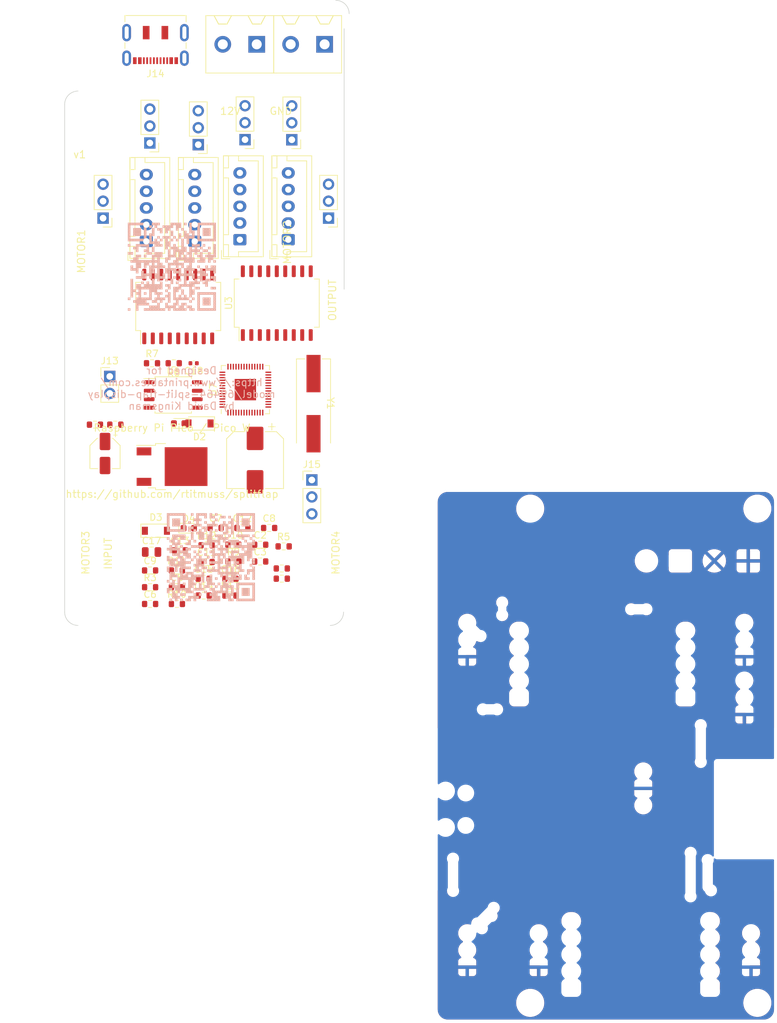
<source format=kicad_pcb>
(kicad_pcb (version 20211014) (generator pcbnew)
  (layers (0 "F.Cu" signal) (31 "B.Cu" signal) (34 "B.Paste" user) (35 "F.Paste" user) (36 "B.SilkS" user "B.Silkscreen") (37 "F.SilkS" user "F.Silkscreen") (38 "B.Mask" user) (39 "F.Mask" user) (44 "Edge.Cuts" user))
  (net 0 "")
  (net 1 "+12V")
  (net 2 "GND")
  (net 3 "+5V")
  (net 4 "Net-(D1-Pad2)")
  (net 5 "/MOTOR_A_PHASE_A")
  (net 6 "/MOTOR_A_PHASE_B")
  (net 7 "/MOTOR_A_PHASE_C")
  (net 8 "/MOTOR_A_PHASE_D")
  (net 9 "/MOTOR_B_PHASE_A")
  (net 10 "/MOTOR_B_PHASE_B")
  (net 11 "/MOTOR_B_PHASE_C")
  (net 12 "/MOTOR_B_PHASE_D")
  (net 13 "/MOTOR_C_PHASE_A")
  (net 14 "/MOTOR_C_PHASE_B")
  (net 15 "/MOTOR_C_PHASE_C")
  (net 16 "/MOTOR_C_PHASE_D")
  (net 17 "/MOTOR_D_PHASE_A")
  (net 18 "/MOTOR_D_PHASE_B")
  (net 19 "/MOTOR_D_PHASE_C")
  (net 20 "/MOTOR_D_PHASE_D")
  (net 21 "/UART_RL_RX")
  (net 22 "/UART_RL_TX")
  (net 23 "/UART_LR_RX")
  (net 24 "/LED")
  (net 25 "/MOTOR_A_PHASE_A_P")
  (net 26 "/MOTOR_A_PHASE_B_P")
  (net 27 "/MOTOR_A_PHASE_C_P")
  (net 28 "/SENSOR_A")
  (net 29 "/SENSOR_B")
  (net 30 "/SENSOR_C")
  (net 31 "/SENSOR_D")
  (net 32 "/MOTOR_A_PHASE_D_P")
  (net 33 "/MOTOR_B_PHASE_A_P")
  (net 34 "/MOTOR_B_PHASE_B_P")
  (net 35 "/MOTOR_B_PHASE_C_P")
  (net 36 "/MOTOR_B_PHASE_D_P")
  (net 37 "/MOTOR_C_PHASE_A_P")
  (net 38 "/MOTOR_C_PHASE_B_P")
  (net 39 "/MOTOR_C_PHASE_C_P")
  (net 40 "/MOTOR_C_PHASE_D_P")
  (net 41 "/MOTOR_D_PHASE_A_P")
  (net 42 "/MOTOR_D_PHASE_B_P")
  (net 43 "/MOTOR_D_PHASE_C_P")
  (net 44 "/MOTOR_D_PHASE_D_P")
  (net 45 "/UART_LR_TX")
  (net 46 "+3.3V")
  (net 47 "VBUS")
  (net 48 "/XIN")
  (net 49 "Net-(C5-Pad1)")
  (net 50 "+3V3")
  (net 51 "+1V1")
  (net 52 "/~{USB_BOOT}")
  (net 53 "/QSPI_SS")
  (net 54 "/XOUT")
  (net 55 "/USB_D+")
  (net 56 "/USB_D-")
  (net 57 "/QSPI_SD1")
  (net 58 "/QSPI_SD2")
  (net 59 "/QSPI_SD0")
  (net 60 "/QSPI_SCLK")
  (net 61 "/QSPI_SD3")
  (net 62 "Net-(D2-Pad1)")
  (net 63 "Net-(D4-Pad2)")
  (net 71 "Net-(J15-Pad2)")
  (net 72 "Net-(J15-Pad3)")
  (net 73 "Net-(J14-PadA6)")
  (net 74 "Net-(J14-PadA7)")
  (net 75 "Net-(J14-PadA5)")
  (net 76 "Net-(J14-PadB5)")
  (footprint "Resistor_SMD:R_0603_1608Metric" (layer "F.Cu") (at 115.05 126.79)
    (fp_text reference "R10" (at 0 -1.43) (layer "F.SilkS"))
    (fp_text value "27")
    (pad "1" smd roundrect (at -0.825 0) (size 0.8 0.95) (layers "F.Cu" "F.Paste" "F.Mask") (net 55 "/USB_D+"))
    (pad "2" smd roundrect (at 0.825 0) (size 0.8 0.95) (layers "F.Cu" "F.Paste" "F.Mask") (net 73 "Net-(J14-PadA6)"))
  )
  (footprint "Resistor_SMD:R_0603_1608Metric" (layer "F.Cu") (at 124.85 115.41)
    (fp_text reference "C12" (at 0 -1.43) (layer "F.SilkS"))
    (fp_text value "100n")
    (pad "1" smd roundrect (at -0.825 0) (size 0.8 0.95) (layers "F.Cu" "F.Paste" "F.Mask") (net 50 "+3V3"))
    (pad "2" smd roundrect (at 0.825 0) (size 0.8 0.95) (layers "F.Cu" "F.Paste" "F.Mask") (net 2 "GND"))
  )
  (footprint "Connector_USB:USB_C_Receptacle_JAE_DX07S016JA1R1500" (layer "F.Cu") (at 111.85 42.4 180)
    (fp_text reference "J14" (at 0 -5) (layer "F.SilkS"))
    (fp_text value "USB_C_Plug_USB2.0")
    (pad "" smd rect (at -1.4 1.15 180) (size 1 2) (layers "F.Cu" "F.Paste" "F.Mask"))
    (pad "" smd rect (at 1.4 1.15 180) (size 1 2) (layers "F.Cu" "F.Paste" "F.Mask"))
    (pad "" np_thru_hole circle (at -3 -1.95 180) (size 0.6 0.6) (drill 0.6) (layers F&B.Cu *.Mask))
    (pad "" np_thru_hole oval (at 3 -1.95 180) (size 0.85 0.6) (drill oval 0.85 0.6) (layers F&B.Cu *.Mask))
    (pad "A1" smd rect (at -3.1 -3.05 180) (size 0.52 1) (layers "F.Cu" "F.Paste" "F.Mask") (net 2 "GND"))
    (pad "A4" smd rect (at -2.35 -3.05 180) (size 0.52 1) (layers "F.Cu" "F.Paste" "F.Mask") (net 47 "VBUS"))
    (pad "A5" smd rect (at -1.75 -3.05 180) (size 0.27 1) (layers "F.Cu" "F.Paste" "F.Mask") (net 75 "Net-(J14-PadA5)"))
    (pad "A6" smd rect (at -0.25 -3.05 180) (size 0.27 1) (layers "F.Cu" "F.Paste" "F.Mask") (net 73 "Net-(J14-PadA6)"))
    (pad "A7" smd rect (at 0.75 -3.05 180) (size 0.27 1) (layers "F.Cu" "F.Paste" "F.Mask") (net 74 "Net-(J14-PadA7)"))
    (pad "A8" smd rect (at 1.75 -3.05 180) (size 0.27 1) (layers "F.Cu" "F.Paste" "F.Mask"))
    (pad "A9" smd rect (at 2.35 -3.05 180) (size 0.52 1) (layers "F.Cu" "F.Paste" "F.Mask") (net 47 "VBUS"))
    (pad "A12" smd rect (at 3.1 -3.05 180) (size 0.52 1) (layers "F.Cu" "F.Paste" "F.Mask") (net 2 "GND"))
    (pad "B1" smd rect (at 3.1 -3.05 180) (size 0.52 1) (layers "F.Cu" "F.Paste" "F.Mask") (net 2 "GND"))
    (pad "B4" smd rect (at 2.35 -3.05 180) (size 0.52 1) (layers "F.Cu" "F.Paste" "F.Mask") (net 47 "VBUS"))
    (pad "B5" smd rect (at 1.25 -3.05 180) (size 0.27 1) (layers "F.Cu" "F.Paste" "F.Mask") (net 76 "Net-(J14-PadB5)"))
    (pad "B6" smd rect (at 0.25 -3.05 180) (size 0.27 1) (layers "F.Cu" "F.Paste" "F.Mask"))
    (pad "B7" smd rect (at -0.75 -3.05 180) (size 0.27 1) (layers "F.Cu" "F.Paste" "F.Mask"))
    (pad "B8" smd rect (at -1.25 -3.05 180) (size 0.27 1) (layers "F.Cu" "F.Paste" "F.Mask"))
    (pad "B9" smd rect (at -2.35 -3.05 180) (size 0.52 1) (layers "F.Cu" "F.Paste" "F.Mask") (net 47 "VBUS"))
    (pad "B12" smd rect (at -3.1 -3.05 180) (size 0.52 1) (layers "F.Cu" "F.Paste" "F.Mask") (net 2 "GND"))
    (pad "S1" thru_hole oval (at 4.32 1.15 180) (size 1.3 2.6) (drill oval 0.6 1.9) (layers *.Cu *.Mask) (net 2 "GND"))
    (pad "S1" thru_hole oval (at 4.32 -2.675 180) (size 1.3 2.3) (drill oval 0.6 1.6) (layers *.Cu *.Mask) (net 2 "GND"))
    (pad "S1" thru_hole oval (at -4.32 1.15 180) (size 1.3 2.6) (drill oval 0.6 1.9) (layers *.Cu *.Mask) (net 2 "GND"))
    (pad "S1" thru_hole oval (at -4.32 -2.675 180) (size 1.3 2.3) (drill oval 0.6 1.6) (layers *.Cu *.Mask) (net 2 "GND"))
  )
  (footprint "Connector_PinHeader_2.54mm:PinHeader_1x03_P2.54mm_Vertical" (layer "F.Cu") (at 111 57.775 180)
    (fp_text reference "J10" hide)
    (fp_text value "Sensor")
    (pad "1" thru_hole rect locked (at 0 0 180) (size 1.7 1.7) (drill 1) (layers *.Cu *.Mask) (net 2 "GND"))
    (pad "2" thru_hole oval locked (at 0 2.54 180) (size 1.7 1.7) (drill 1) (layers *.Cu *.Mask) (net 3 "+5V"))
    (pad "3" thru_hole oval locked (at 0 5.08 180) (size 1.7 1.7) (drill 1) (layers *.Cu *.Mask) (net 31 "/SENSOR_D"))
  )
  (footprint "Connector_JST:JST_XH_B5B-XH-A_1x05_P2.50mm_Vertical" (layer "F.Cu") (at 117.725 72.5 90)
    (fp_text reference "J5" hide)
    (fp_text value "MOTOR")
    (pad "1" thru_hole roundrect (at 0 0 90) (size 1.7 1.95) (drill 0.95) (layers *.Cu *.Mask) (roundrect_rratio 0.147059) (net 13 "/MOTOR_C_PHASE_A"))
    (pad "2" thru_hole oval (at 2.5 0 90) (size 1.7 1.95) (drill 0.95) (layers *.Cu *.Mask) (net 14 "/MOTOR_C_PHASE_B"))
    (pad "3" thru_hole oval (at 5 0 90) (size 1.7 1.95) (drill 0.95) (layers *.Cu *.Mask) (net 15 "/MOTOR_C_PHASE_C"))
    (pad "4" thru_hole oval (at 7.5 0 90) (size 1.7 1.95) (drill 0.95) (layers *.Cu *.Mask) (net 16 "/MOTOR_C_PHASE_D"))
    (pad "5" thru_hole oval (at 10 0 90) (size 1.7 1.95) (drill 0.95) (layers *.Cu *.Mask) (net 1 "+12V"))
  )
  (footprint "Connector_PinHeader_2.54mm:PinHeader_1x02_P2.54mm_Vertical" (layer "F.Cu") (at 105 92.725)
    (fp_text reference "J13" (at 0 -2.33) (layer "F.SilkS"))
    (fp_text value "Conn_01x02")
    (pad "1" thru_hole rect (at 0 0) (size 1.7 1.7) (drill 1) (layers *.Cu *.Mask) (net 52 "/~{USB_BOOT}"))
    (pad "2" thru_hole oval (at 0 2.54) (size 1.7 1.7) (drill 1) (layers *.Cu *.Mask) (net 2 "GND"))
  )
  (footprint "Package_SO:SOP-18_7x12.5mm_P1.27mm" (layer "F.Cu") (at 130 81.75 90)
    (fp_text reference "U3" (at 0 -7.2 90) (layer "F.SilkS"))
    (fp_text value "ULN2803A")
    (pad "1" smd roundrect locked (at -4.775 -5.08 90) (size 1.75 0.6) (layers "F.Cu" "F.Paste" "F.Mask") (net 25 "/MOTOR_A_PHASE_A_P"))
    (pad "2" smd roundrect locked (at -4.775 -3.81 90) (size 1.75 0.6) (layers "F.Cu" "F.Paste" "F.Mask") (net 26 "/MOTOR_A_PHASE_B_P"))
    (pad "3" smd roundrect locked (at -4.775 -2.54 90) (size 1.75 0.6) (layers "F.Cu" "F.Paste" "F.Mask") (net 27 "/MOTOR_A_PHASE_C_P"))
    (pad "4" smd roundrect locked (at -4.775 -1.27 90) (size 1.75 0.6) (layers "F.Cu" "F.Paste" "F.Mask") (net 32 "/MOTOR_A_PHASE_D_P"))
    (pad "5" smd roundrect locked (at -4.775 0 90) (size 1.75 0.6) (layers "F.Cu" "F.Paste" "F.Mask") (net 33 "/MOTOR_B_PHASE_A_P"))
    (pad "6" smd roundrect locked (at -4.775 1.27 90) (size 1.75 0.6) (layers "F.Cu" "F.Paste" "F.Mask") (net 34 "/MOTOR_B_PHASE_B_P"))
    (pad "7" smd roundrect locked (at -4.775 2.54 90) (size 1.75 0.6) (layers "F.Cu" "F.Paste" "F.Mask") (net 35 "/MOTOR_B_PHASE_C_P"))
    (pad "8" smd roundrect locked (at -4.775 3.81 90) (size 1.75 0.6) (layers "F.Cu" "F.Paste" "F.Mask") (net 36 "/MOTOR_B_PHASE_D_P"))
    (pad "9" smd roundrect locked (at -4.775 5.08 90) (size 1.75 0.6) (layers "F.Cu" "F.Paste" "F.Mask") (net 2 "GND"))
    (pad "10" smd roundrect locked (at 4.775 5.08 90) (size 1.75 0.6) (layers "F.Cu" "F.Paste" "F.Mask") (net 1 "+12V"))
    (pad "11" smd roundrect locked (at 4.775 3.81 90) (size 1.75 0.6) (layers "F.Cu" "F.Paste" "F.Mask") (net 12 "/MOTOR_B_PHASE_D"))
    (pad "12" smd roundrect locked (at 4.775 2.54 90) (size 1.75 0.6) (layers "F.Cu" "F.Paste" "F.Mask") (net 11 "/MOTOR_B_PHASE_C"))
    (pad "13" smd roundrect locked (at 4.775 1.27 90) (size 1.75 0.6) (layers "F.Cu" "F.Paste" "F.Mask") (net 10 "/MOTOR_B_PHASE_B"))
    (pad "14" smd roundrect locked (at 4.775 0 90) (size 1.75 0.6) (layers "F.Cu" "F.Paste" "F.Mask") (net 9 "/MOTOR_B_PHASE_A"))
    (pad "15" smd roundrect locked (at 4.775 -1.27 90) (size 1.75 0.6) (layers "F.Cu" "F.Paste" "F.Mask") (net 5 "/MOTOR_A_PHASE_A"))
    (pad "16" smd roundrect locked (at 4.775 -2.54 90) (size 1.75 0.6) (layers "F.Cu" "F.Paste" "F.Mask") (net 6 "/MOTOR_A_PHASE_B"))
    (pad "17" smd roundrect locked (at 4.775 -3.81 90) (size 1.75 0.6) (layers "F.Cu" "F.Paste" "F.Mask") (net 7 "/MOTOR_A_PHASE_C"))
    (pad "18" smd roundrect locked (at 4.775 -5.08 90) (size 1.75 0.6) (layers "F.Cu" "F.Paste" "F.Mask") (net 8 "/MOTOR_A_PHASE_D"))
  )
  (footprint "Resistor_SMD:R_0603_1608Metric" (layer "F.Cu") (at 123.51 120.43)
    (fp_text reference "R9" (at 0 -1.43) (layer "F.SilkS"))
    (fp_text value "1k")
    (pad "1" smd roundrect (at -0.825 0) (size 0.8 0.95) (layers "F.Cu" "F.Paste" "F.Mask") (net 54 "/XOUT"))
    (pad "2" smd roundrect (at 0.825 0) (size 0.8 0.95) (layers "F.Cu" "F.Paste" "F.Mask") (net 49 "Net-(C5-Pad1)"))
  )
  (footprint "Capacitor_SMD:C_0402_1005Metric" (layer "F.Cu") (at 117.555 90.75 180)
    (fp_text reference "C18" (at 0 -1.16) (layer "F.SilkS"))
    (fp_text value "100n")
    (pad "1" smd roundrect (at -0.48 0 180) (size 0.56 0.62) (layers "F.Cu" "F.Paste" "F.Mask") (net 50 "+3V3"))
    (pad "2" smd roundrect (at 0.48 0 180) (size 0.56 0.62) (layers "F.Cu" "F.Paste" "F.Mask") (net 2 "GND"))
  )
  (footprint "Resistor_SMD:R_0603_1608Metric" (layer "F.Cu") (at 105.8315 99.944 180)
    (fp_text reference "R6" hide)
    (fp_text value "2.2k")
    (pad "1" smd roundrect locked (at -0.825 0 180) (size 0.8 0.95) (layers "F.Cu" "F.Paste" "F.Mask") (net 50 "+3V3"))
    (pad "2" smd roundrect locked (at 0.825 0 180) (size 0.8 0.95) (layers "F.Cu" "F.Paste" "F.Mask") (net 63 "Net-(D4-Pad2)"))
  )
  (footprint "RP2040_minimal:cry" (layer "F.Cu") (at 135.5 96.75 -90)
    (fp_text reference "Y1" (at 0 -2.54 -90 unlocked) (layer "F.SilkS"))
    (fp_text value "ABLS-12.000MHZ-B4-T")
    (pad "1" smd rect (at -4.45 0 270) (size 5.6 2.1) (layers "F.Cu" "F.Paste" "F.Mask") (net 48 "/XIN"))
    (pad "2" smd rect (at 4.55 0 270) (size 5.6 2.1) (layers "F.Cu" "F.Paste" "F.Mask") (net 49 "Net-(C5-Pad1)"))
  )
  (footprint "Resistor_SMD:R_0603_1608Metric" (layer "F.Cu") (at 128.86 115.41)
    (fp_text reference "C8" (at 0 -1.43) (layer "F.SilkS"))
    (fp_text value "100n")
    (pad "1" smd roundrect (at -0.825 0) (size 0.8 0.95) (layers "F.Cu" "F.Paste" "F.Mask") (net 50 "+3V3"))
    (pad "2" smd roundrect (at 0.825 0) (size 0.8 0.95) (layers "F.Cu" "F.Paste" "F.Mask") (net 2 "GND"))
  )
  (footprint "Connector_PinHeader_2.54mm:PinHeader_1x03_P2.54mm_Vertical" (layer "F.Cu") (at 125.25 57.275 180)
    (fp_text reference "J8" hide)
    (fp_text value "Sensor")
    (pad "1" thru_hole rect locked (at 0 0 180) (size 1.7 1.7) (drill 1) (layers *.Cu *.Mask) (net 2 "GND"))
    (pad "2" thru_hole oval locked (at 0 2.54 180) (size 1.7 1.7) (drill 1) (layers *.Cu *.Mask) (net 3 "+5V"))
    (pad "3" thru_hole oval locked (at 0 5.08 180) (size 1.7 1.7) (drill 1) (layers *.Cu *.Mask) (net 29 "/SENSOR_B"))
  )
  (footprint "Resistor_SMD:R_0603_1608Metric" (layer "F.Cu") (at 115.49 118.76)
    (fp_text reference "C13" (at 0 -1.43) (layer "F.SilkS"))
    (fp_text value "100n")
    (pad "1" smd roundrect (at -0.825 0) (size 0.8 0.95) (layers "F.Cu" "F.Paste" "F.Mask") (net 50 "+3V3"))
    (pad "2" smd roundrect (at 0.825 0) (size 0.8 0.95) (layers "F.Cu" "F.Paste" "F.Mask") (net 2 "GND"))
  )
  (footprint "Connector_PinHeader_2.54mm:PinHeader_1x03_P2.54mm_Vertical" (layer "F.Cu") (at 118.25 58.025 180)
    (fp_text reference "J9" hide)
    (fp_text value "Sensor")
    (pad "1" thru_hole rect locked (at 0 0 180) (size 1.7 1.7) (drill 1) (layers *.Cu *.Mask) (net 2 "GND"))
    (pad "2" thru_hole oval locked (at 0 2.54 180) (size 1.7 1.7) (drill 1) (layers *.Cu *.Mask) (net 3 "+5V"))
    (pad "3" thru_hole oval locked (at 0 5.08 180) (size 1.7 1.7) (drill 1) (layers *.Cu *.Mask) (net 30 "/SENSOR_C"))
  )
  (footprint "Resistor_SMD:R_0603_1608Metric" (layer "F.Cu") (at 131.03 118.17)
    (fp_text reference "R5" (at 0 -1.43) (layer "F.SilkS"))
    (fp_text value "47k")
    (pad "1" smd roundrect (at -0.825 0) (size 0.8 0.95) (layers "F.Cu" "F.Paste" "F.Mask") (net 46 "+3.3V"))
    (pad "2" smd roundrect (at 0.825 0) (size 0.8 0.95) (layers "F.Cu" "F.Paste" "F.Mask") (net 28 "/SENSOR_A"))
  )
  (footprint "LED_SMD:LED_0603_1608Metric" (layer "F.Cu") (at 116.83 115.45)
    (fp_text reference "D4" (at 0 -1.43) (layer "F.SilkS"))
    (fp_text value "LED")
    (pad "1" smd roundrect (at -0.7875 0) (size 0.875 0.95) (layers "F.Cu" "F.Paste" "F.Mask") (net 2 "GND"))
    (pad "2" smd roundrect (at 0.7875 0) (size 0.875 0.95) (layers "F.Cu" "F.Paste" "F.Mask") (net 63 "Net-(D4-Pad2)"))
  )
  (footprint "Resistor_SMD:R_0603_1608Metric" (layer "F.Cu") (at 130.75 123 180)
    (fp_text reference "R2" hide)
    (fp_text value "47k")
    (pad "1" smd roundrect (at -0.825 0 180) (size 0.8 0.95) (layers "F.Cu" "F.Paste" "F.Mask") (net 46 "+3.3V"))
    (pad "2" smd roundrect (at 0.825 0 180) (size 0.8 0.95) (layers "F.Cu" "F.Paste" "F.Mask") (net 30 "/SENSOR_C"))
  )
  (footprint "Connector_PinHeader_2.54mm:PinHeader_1x03_P2.54mm_Vertical" (layer "F.Cu") (at 104 69.025 180)
    (fp_text reference "J2" hide)
    (fp_text value "UART_LR")
    (pad "1" thru_hole rect (at 0 0 180) (size 1.7 1.7) (drill 1) (layers *.Cu *.Mask) (net 2 "GND"))
    (pad "2" thru_hole oval (at 0 2.54 180) (size 1.7 1.7) (drill 1) (layers *.Cu *.Mask) (net 23 "/UART_LR_RX"))
    (pad "3" thru_hole oval (at 0 5.08 180) (size 1.7 1.7) (drill 1) (layers *.Cu *.Mask) (net 45 "/UART_LR_TX"))
  )
  (footprint "Package_SO:SOIC-8_5.23x5.23mm_P1.27mm" (layer "F.Cu") (at 114.5 95.5)
    (fp_text reference "U6" (at 0 -3.56) (layer "F.SilkS"))
    (fp_text value "W25Q128JVS")
    (pad "1" smd roundrect (at -3.6 -1.905) (size 1.6 0.6) (layers "F.Cu" "F.Paste" "F.Mask") (net 53 "/QSPI_SS"))
    (pad "2" smd roundrect (at -3.6 -0.635) (size 1.6 0.6) (layers "F.Cu" "F.Paste" "F.Mask") (net 57 "/QSPI_SD1"))
    (pad "3" smd roundrect (at -3.6 0.635) (size 1.6 0.6) (layers "F.Cu" "F.Paste" "F.Mask") (net 58 "/QSPI_SD2"))
    (pad "4" smd roundrect (at -3.6 1.905) (size 1.6 0.6) (layers "F.Cu" "F.Paste" "F.Mask") (net 2 "GND"))
    (pad "5" smd roundrect (at 3.6 1.905) (size 1.6 0.6) (layers "F.Cu" "F.Paste" "F.Mask") (net 59 "/QSPI_SD0"))
    (pad "6" smd roundrect (at 3.6 0.635) (size 1.6 0.6) (layers "F.Cu" "F.Paste" "F.Mask") (net 60 "/QSPI_SCLK"))
    (pad "7" smd roundrect (at 3.6 -0.635) (size 1.6 0.6) (layers "F.Cu" "F.Paste" "F.Mask") (net 61 "/QSPI_SD3"))
    (pad "8" smd roundrect (at 3.6 -1.905) (size 1.6 0.6) (layers "F.Cu" "F.Paste" "F.Mask") (net 50 "+3V3"))
  )
  (footprint "Resistor_SMD:R_0603_1608Metric" (layer "F.Cu") (at 115.05 121.77)
    (fp_text reference "R11" (at 0 -1.43) (layer "F.SilkS"))
    (fp_text value "27")
    (pad "1" smd roundrect (at -0.825 0) (size 0.8 0.95) (layers "F.Cu" "F.Paste" "F.Mask") (net 56 "/USB_D-"))
    (pad "2" smd roundrect (at 0.825 0) (size 0.8 0.95) (layers "F.Cu" "F.Paste" "F.Mask") (net 74 "Net-(J14-PadA7)"))
  )
  (footprint "MountingHole:MountingHole_3.2mm_M3_ISO7380" (layer "F.Cu") (at 137 53)
    (fp_text reference "H4" hide)
    (fp_text value "MountingHole")
    (pad "" np_thru_hole circle locked (at 0 0) (size 3.2 3.2) (drill 3.2) (layers F&B.Cu *.Mask))
  )
  (footprint "Capacitor_SMD:CP_Elec_8x10" (layer "F.Cu") (at 126.75 105.25 -90)
    (fp_text reference "C1" hide)
    (fp_text value "100uF")
    (pad "1" smd roundrect locked (at -3.25 0 270) (size 3.5 2.5) (layers "F.Cu" "F.Paste" "F.Mask") (roundrect_rratio 0.1) (net 1 "+12V"))
    (pad "2" smd roundrect locked (at 3.25 0 270) (size 3.5 2.5) (layers "F.Cu" "F.Paste" "F.Mask") (roundrect_rratio 0.1) (net 2 "GND"))
  )
  (footprint "Resistor_SMD:R_0603_1608Metric" (layer "F.Cu") (at 120.84 115.41)
    (fp_text reference "C7" (at 0 -1.43) (layer "F.SilkS"))
    (fp_text value "100n")
    (pad "1" smd roundrect (at -0.825 0) (size 0.8 0.95) (layers "F.Cu" "F.Paste" "F.Mask") (net 50 "+3V3"))
    (pad "2" smd roundrect (at 0.825 0) (size 0.8 0.95) (layers "F.Cu" "F.Paste" "F.Mask") (net 2 "GND"))
  )
  (footprint "Library:ScrewTerminal-5.08-2P" (layer "F.Cu") (at 137.16 43 180)
    (fp_text reference "J12" hide)
    (fp_text value "Power")
    (pad "1" thru_hole rect locked (at 0 0 180) (size 2.5 2.5) (drill 1.5) (layers *.Cu *.Mask) (net 2 "GND"))
    (pad "2" thru_hole circle locked (at 5.08 0 180) (size 2.5 2.5) (drill 1.5) (layers *.Cu *.Mask) (net 2 "GND"))
  )
  (footprint "Resistor_SMD:R_0603_1608Metric" (layer "F.Cu") (at 123.51 117.92)
    (fp_text reference "C10" (at 0 -1.43) (layer "F.SilkS"))
    (fp_text value "1u")
    (pad "1" smd roundrect (at -0.825 0) (size 0.8 0.95) (layers "F.Cu" "F.Paste" "F.Mask") (net 50 "+3V3"))
    (pad "2" smd roundrect (at 0.825 0) (size 0.8 0.95) (layers "F.Cu" "F.Paste" "F.Mask") (net 2 "GND"))
  )
  (footprint "MountingHole:MountingHole_3.2mm_M3_ISO7380" (layer "F.Cu") (at 137 127)
    (fp_text reference "H3" hide)
    (fp_text value "MountingHole")
    (pad "" np_thru_hole circle locked (at 0 0) (size 3.2 3.2) (drill 3.2) (layers *.Cu *.Mask))
  )
  (footprint "Diode_SMD:D_SOD-123" (layer "F.Cu") (at 118.4375 99.762 180)
    (fp_text reference "D2" (at 0 -2 180) (layer "F.SilkS"))
    (fp_text value "B5819W")
    (pad "1" smd rect (at -1.65 0 180) (size 0.9 1.2) (layers "F.Cu" "F.Paste" "F.Mask") (net 62 "Net-(D2-Pad1)"))
    (pad "2" smd rect (at 1.65 0 180) (size 0.9 1.2) (layers "F.Cu" "F.Paste" "F.Mask") (net 47 "VBUS"))
  )
  (footprint "Resistor_SMD:R_0603_1608Metric" (layer "F.Cu") (at 119.5 120.51)
    (fp_text reference "C11" (at 0 -1.43) (layer "F.SilkS"))
    (fp_text value "100n")
    (pad "1" smd roundrect (at -0.825 0) (size 0.8 0.95) (layers "F.Cu" "F.Paste" "F.Mask") (net 50 "+3V3"))
    (pad "2" smd roundrect (at 0.825 0) (size 0.8 0.95) (layers "F.Cu" "F.Paste" "F.Mask") (net 2 "GND"))
  )
  (footprint "MountingHole:MountingHole_3.2mm_M3_ISO7380" (layer "F.Cu") (at 103 53)
    (fp_text reference "H1" hide)
    (fp_text value "MountingHole")
    (pad "" np_thru_hole circle locked (at 0 0) (size 3.2 3.2) (drill 3.2) (layers *.Cu *.Mask))
  )
  (footprint "MountingHole:MountingHole_3.2mm_M3_ISO7380" (layer "F.Cu") (at 103 127)
    (fp_text reference "H2" hide)
    (fp_text value "MountingHole")
    (pad "" np_thru_hole circle locked (at 0 0) (size 3.2 3.2) (drill 3.2) (layers *.Cu *.Mask))
  )
  (footprint "Resistor_SMD:R_0603_1608Metric" (layer "F.Cu") (at 119.06 125.53)
    (fp_text reference "C14" (at 0 -1.43) (layer "F.SilkS"))
    (fp_text value "1u")
    (pad "1" smd roundrect (at -0.825 0) (size 0.8 0.95) (layers "F.Cu" "F.Paste" "F.Mask") (net 51 "+1V1"))
    (pad "2" smd roundrect (at 0.825 0) (size 0.8 0.95) (layers "F.Cu" "F.Paste" "F.Mask") (net 2 "GND"))
  )
  (footprint "Connector_PinHeader_2.54mm:PinHeader_1x03_P2.54mm_Vertical" (layer "F.Cu") (at 135.25 108.225)
    (fp_text reference "J15" (at 0 -2.33) (layer "F.SilkS"))
    (fp_text value "JTAG")
    (pad "1" thru_hole rect (at 0 0) (size 1.7 1.7) (drill 1) (layers *.Cu *.Mask) (net 2 "GND"))
    (pad "2" thru_hole oval (at 0 2.54) (size 1.7 1.7) (drill 1) (layers *.Cu *.Mask) (net 71 "Net-(J15-Pad2)"))
    (pad "3" thru_hole oval (at 0 5.08) (size 1.7 1.7) (drill 1) (layers *.Cu *.Mask) (net 72 "Net-(J15-Pad3)"))
  )
  (footprint "Resistor_SMD:R_0603_1608Metric" (layer "F.Cu") (at 130.75 121.476 180)
    (fp_text reference "R1" hide)
    (fp_text value "47k")
    (pad "1" smd roundrect (at -0.825 0 180) (size 0.8 0.95) (layers "F.Cu" "F.Paste" "F.Mask") (net 46 "+3.3V"))
    (pad "2" smd roundrect (at 0.825 0 180) (size 0.8 0.95) (layers "F.Cu" "F.Paste" "F.Mask") (net 29 "/SENSOR_B"))
  )
  (footprint "Package_DFN_QFN:QFN-56-1EP_7x7mm_P0.4mm_EP3.2x3.2mm" (layer "F.Cu") (at 125.3 94.7 90)
    (fp_text reference "U7" (at 0 -4.82 90) (layer "F.SilkS"))
    (fp_text value "RP2040")
    (pad "1" smd roundrect locked (at -3.4375 -2.6 90) (size 0.875 0.2) (layers "F.Cu" "F.Paste" "F.Mask") (net 50 "+3V3"))
    (pad "2" smd roundrect locked (at -3.4375 -2.2 90) (size 0.875 0.2) (layers "F.Cu" "F.Paste" "F.Mask"))
    (pad "3" smd roundrect locked (at -3.4375 -1.8 90) (size 0.875 0.2) (layers "F.Cu" "F.Paste" "F.Mask") (net 30 "/SENSOR_C"))
    (pad "4" smd roundrect locked (at -3.4375 -1.4 90) (size 0.875 0.2) (layers "F.Cu" "F.Paste" "F.Mask") (net 29 "/SENSOR_B"))
    (pad "5" smd roundrect locked (at -3.4375 -1 90) (size 0.875 0.2) (layers "F.Cu" "F.Paste" "F.Mask") (net 24 "/LED"))
    (pad "6" smd roundrect locked (at -3.4375 -0.6 90) (size 0.875 0.2) (layers "F.Cu" "F.Paste" "F.Mask") (net 22 "/UART_RL_TX"))
    (pad "7" smd roundrect locked (at -3.4375 -0.2 90) (size 0.875 0.2) (layers "F.Cu" "F.Paste" "F.Mask") (net 21 "/UART_RL_RX"))
    (pad "8" smd roundrect locked (at -3.4375 0.2 90) (size 0.875 0.2) (layers "F.Cu" "F.Paste" "F.Mask") (net 44 "/MOTOR_D_PHASE_D_P"))
    (pad "9" smd roundrect locked (at -3.4375 0.6 90) (size 0.875 0.2) (layers "F.Cu" "F.Paste" "F.Mask") (net 43 "/MOTOR_D_PHASE_C_P"))
    (pad "10" smd roundrect locked (at -3.4375 1 90) (size 0.875 0.2) (layers "F.Cu" "F.Paste" "F.Mask") (net 50 "+3V3"))
    (pad "11" smd roundrect locked (at -3.4375 1.4 90) (size 0.875 0.2) (layers "F.Cu" "F.Paste" "F.Mask") (net 42 "/MOTOR_D_PHASE_B_P"))
    (pad "12" smd roundrect locked (at -3.4375 1.8 90) (size 0.875 0.2) (layers "F.Cu" "F.Paste" "F.Mask") (net 41 "/MOTOR_D_PHASE_A_P"))
    (pad "13" smd roundrect locked (at -3.4375 2.2 90) (size 0.875 0.2) (layers "F.Cu" "F.Paste" "F.Mask") (net 40 "/MOTOR_C_PHASE_D_P"))
    (pad "14" smd roundrect locked (at -3.4375 2.6 90) (size 0.875 0.2) (layers "F.Cu" "F.Paste" "F.Mask") (net 39 "/MOTOR_C_PHASE_C_P"))
    (pad "15" smd roundrect locked (at -2.6 3.4375 90) (size 0.2 0.875) (layers "F.Cu" "F.Paste" "F.Mask") (net 38 "/MOTOR_C_PHASE_B_P"))
    (pad "16" smd roundrect locked (at -2.2 3.4375 90) (size 0.2 0.875) (layers "F.Cu" "F.Paste" "F.Mask") (net 37 "/MOTOR_C_PHASE_A_P"))
    (pad "17" smd roundrect locked (at -1.8 3.4375 90) (size 0.2 0.875) (layers "F.Cu" "F.Paste" "F.Mask") (net 28 "/SENSOR_A"))
    (pad "18" smd roundrect locked (at -1.4 3.4375 90) (size 0.2 0.875) (layers "F.Cu" "F.Paste" "F.Mask") (net 31 "/SENSOR_D"))
    (pad "19" smd roundrect locked (at -1 3.4375 90) (size 0.2 0.875) (layers "F.Cu" "F.Paste" "F.Mask"))
    (pad "20" smd roundrect locked (at -0.6 3.4375 90) (size 0.2 0.875) (layers "F.Cu" "F.Paste" "F.Mask") (net 48 "/XIN"))
    (pad "21" smd roundrect locked (at -0.2 3.4375 90) (size 0.2 0.875) (layers "F.Cu" "F.Paste" "F.Mask") (net 54 "/XOUT"))
    (pad "22" smd roundrect locked (at 0.2 3.4375 90) (size 0.2 0.875) (layers "F.Cu" "F.Paste" "F.Mask") (net 50 "+3V3"))
    (pad "23" smd roundrect locked (at 0.6 3.4375 90) (size 0.2 0.875) (layers "F.Cu" "F.Paste" "F.Mask") (net 51 "+1V1"))
    (pad "24" smd roundrect locked (at 1 3.4375 90) (size 0.2 0.875) (layers "F.Cu" "F.Paste" "F.Mask") (net 72 "Net-(J15-Pad3)"))
    (pad "25" smd roundrect locked (at 1.4 3.4375 90) (size 0.2 0.875) (layers "F.Cu" "F.Paste" "F.Mask") (net 71 "Net-(J15-Pad2)"))
    (pad "26" smd roundrect locked (at 1.8 3.4375 90) (size 0.2 0.875) (layers "F.Cu" "F.Paste" "F.Mask"))
    (pad "27" smd roundrect locked (at 2.2 3.4375 90) (size 0.2 0.875) (layers "F.Cu" "F.Paste" "F.Mask") (net 45 "/UART_LR_TX"))
    (pad "28" smd roundrect locked (at 2.6 3.4375 90) (size 0.2 0.875) (layers "F.Cu" "F.Paste" "F.Mask") (net 23 "/UART_LR_RX"))
    (pad "29" smd roundrect locked (at 3.4375 2.6 90) (size 0.875 0.2) (layers "F.Cu" "F.Paste" "F.Mask") (net 36 "/MOTOR_B_PHASE_D_P"))
    (pad "30" smd roundrect locked (at 3.4375 2.2 90) (size 0.875 0.2) (layers "F.Cu" "F.Paste" "F.Mask") (net 35 "/MOTOR_B_PHASE_C_P"))
    (pad "31" smd roundrect locked (at 3.4375 1.8 90) (size 0.875 0.2) (layers "F.Cu" "F.Paste" "F.Mask") (net 34 "/MOTOR_B_PHASE_B_P"))
    (pad "32" smd roundrect locked (at 3.4375 1.4 90) (size 0.875 0.2) (layers "F.Cu" "F.Paste" "F.Mask") (net 33 "/MOTOR_B_PHASE_A_P"))
    (pad "33" smd roundrect locked (at 3.4375 1 90) (size 0.875 0.2) (layers "F.Cu" "F.Paste" "F.Mask") (net 50 "+3V3"))
    (pad "34" smd roundrect locked (at 3.4375 0.6 90) (size 0.875 0.2) (layers "F.Cu" "F.Paste" "F.Mask") (net 32 "/MOTOR_A_PHASE_D_P"))
    (pad "35" smd roundrect locked (at 3.4375 0.2 90) (size 0.875 0.2) (layers "F.Cu" "F.Paste" "F.Mask"))
    (pad "36" smd roundrect locked (at 3.4375 -0.2 90) (size 0.875 0.2) (layers "F.Cu" "F.Paste" "F.Mask"))
    (pad "37" smd roundrect locked (at 3.4375 -0.6 90) (size 0.875 0.2) (layers "F.Cu" "F.Paste" "F.Mask"))
    (pad "38" smd roundrect locked (at 3.4375 -1 90) (size 0.875 0.2) (layers "F.Cu" "F.Paste" "F.Mask") (net 27 "/MOTOR_A_PHASE_C_P"))
    (pad "39" smd roundrect locked (at 3.4375 -1.4 90) (size 0.875 0.2) (layers "F.Cu" "F.Paste" "F.Mask") (net 26 "/MOTOR_A_PHASE_B_P"))
    (pad "40" smd roundrect locked (at 3.4375 -1.8 90) (size 0.875 0.2) (layers "F.Cu" "F.Paste" "F.Mask") (net 25 "/MOTOR_A_PHASE_A_P"))
    (pad "41" smd roundrect locked (at 3.4375 -2.2 90) (size 0.875 0.2) (layers "F.Cu" "F.Paste" "F.Mask"))
    (pad "42" smd roundrect locked (at 3.4375 -2.6 90) (size 0.875 0.2) (layers "F.Cu" "F.Paste" "F.Mask") (net 50 "+3V3"))
    (pad "43" smd roundrect locked (at 2.6 -3.4375 90) (size 0.2 0.875) (layers "F.Cu" "F.Paste" "F.Mask") (net 50 "+3V3"))
    (pad "44" smd roundrect locked (at 2.2 -3.4375 90) (size 0.2 0.875) (layers "F.Cu" "F.Paste" "F.Mask") (net 50 "+3V3"))
    (pad "45" smd roundrect locked (at 1.8 -3.4375 90) (size 0.2 0.875) (layers "F.Cu" "F.Paste" "F.Mask") (net 51 "+1V1"))
    (pad "46" smd roundrect locked (at 1.4 -3.4375 90) (size 0.2 0.875) (layers "F.Cu" "F.Paste" "F.Mask") (net 56 "/USB_D-"))
    (pad "47" smd roundrect locked (at 1 -3.4375 90) (size 0.2 0.875) (layers "F.Cu" "F.Paste" "F.Mask") (net 55 "/USB_D+"))
    (pad "48" smd roundrect locked (at 0.6 -3.4375 90) (size 0.2 0.875) (layers "F.Cu" "F.Paste" "F.Mask") (net 50 "+3V3"))
    (pad "49" smd roundrect locked (at 0.2 -3.4375 90) (size 0.2 0.875) (layers "F.Cu" "F.Paste" "F.Mask") (net 50 "+3V3"))
    (pad "50" smd roundrect locked (at -0.2 -3.4375 90) (size 0.2 0.875) (layers "F.Cu" "F.Paste" "F.Mask") (net 51 "+1V1"))
    (pad "51" smd roundrect locked (at -0.6 -3.4375 90) (size 0.2 0.875) (layers "F.Cu" "F.Paste" "F.Mask") (net 61 "/QSPI_SD3"))
    (pad "52" smd roundrect locked (at -1 -3.4375 90) (size 0.2 0.875) (layers "F.Cu" "F.Paste" "F.Mask") (net 60 "/QSPI_SCLK"))
    (pad "53" smd roundrect locked (at -1.4 -3.4375 90) (size 0.2 0.875) (layers "F.Cu" "F.Paste" "F.Mask") (net 59 "/QSPI_SD0"))
    (pad "54" smd roundrect locked (at -1.8 -3.4375 90) (size 0.2 0.875) (layers "F.Cu" "F.Paste" "F.Mask") (net 58 "/QSPI_SD2"))
    (pad "55" smd roundrect locked (at -2.2 -3.4375 90) (size 0.2 0.875) (layers "F.Cu" "F.Paste" "F.Mask") (net 57 "/QSPI_SD1"))
    (pad "56" smd roundrect locked (at -2.6 -3.4375 90) (size 0.2 0.875) (layers "F.Cu" "F.Paste" "F.Mask") (net 53 "/QSPI_SS"))
    (pad "57" smd rect locked (at 0 0 90) (size 3.2 3.2) (layers "F.Cu" "F.Mask") (net 2 "GND"))
  )
  (footprint "Resistor_SMD:R_0603_1608Metric" (layer "F.Cu") (at 119.06 123.02)
    (fp_text reference "C15" (at 0 -1.43) (layer "F.SilkS"))
    (fp_text value "100n")
    (pad "1" smd roundrect (at -0.825 0) (size 0.8 0.95) (layers "F.Cu" "F.Paste" "F.Mask") (net 51 "+1V1"))
    (pad "2" smd roundrect (at 0.825 0) (size 0.8 0.95) (layers "F.Cu" "F.Paste" "F.Mask") (net 2 "GND"))
  )
  (footprint "Resistor_SMD:R_0603_1608Metric" (layer "F.Cu") (at 127.52 117.92)
    (fp_text reference "C2" (at 0 -1.43) (layer "F.SilkS"))
    (fp_text value "100n")
    (pad "1" smd roundrect (at -0.825 0) (size 0.8 0.95) (layers "F.Cu" "F.Paste" "F.Mask") (net 50 "+3V3"))
    (pad "2" smd roundrect (at 0.825 0) (size 0.8 0.95) (layers "F.Cu" "F.Paste" "F.Mask") (net 2 "GND"))
  )
  (footprint "Resistor_SMD:R_0603_1608Metric" (layer "F.Cu") (at 111.04 121.77)
    (fp_text reference "C9" (at 0 -1.43) (layer "F.SilkS"))
    (fp_text value "100n")
    (pad "1" smd roundrect (at -0.825 0) (size 0.8 0.95) (layers "F.Cu" "F.Paste" "F.Mask") (net 50 "+3V3"))
    (pad "2" smd roundrect (at 0.825 0) (size 0.8 0.95) (layers "F.Cu" "F.Paste" "F.Mask") (net 2 "GND"))
  )
  (footprint "Library:ScrewTerminal-5.08-2P" (layer "F.Cu") (at 127 43 180)
    (fp_text reference "J11" hide)
    (fp_text value "Power")
    (pad "1" thru_hole rect locked (at 0 0 180) (size 2.5 2.5) (drill 1.5) (layers *.Cu *.Mask) (net 1 "+12V"))
    (pad "2" thru_hole circle locked (at 5.08 0 180) (size 2.5 2.5) (drill 1.5) (layers *.Cu *.Mask) (net 1 "+12V"))
  )
  (footprint "Connector_JST:JST_XH_B5B-XH-A_1x05_P2.50mm_Vertical" (layer "F.Cu") (at 131.725 72.25 90)
    (fp_text reference "J4" hide)
    (fp_text value "MOTOR")
    (pad "1" thru_hole roundrect (at 0 0 90) (size 1.7 1.95) (drill 0.95) (layers *.Cu *.Mask) (roundrect_rratio 0.147059) (net 9 "/MOTOR_B_PHASE_A"))
    (pad "2" thru_hole oval (at 2.5 0 90) (size 1.7 1.95) (drill 0.95) (layers *.Cu *.Mask) (net 10 "/MOTOR_B_PHASE_B"))
    (pad "3" thru_hole oval (at 5 0 90) (size 1.7 1.95) (drill 0.95) (layers *.Cu *.Mask) (net 11 "/MOTOR_B_PHASE_C"))
    (pad "4" thru_hole oval (at 7.5 0 90) (size 1.7 1.95) (drill 0.95) (layers *.Cu *.Mask) (net 12 "/MOTOR_B_PHASE_D"))
    (pad "5" thru_hole oval (at 10 0 90) (size 1.7 1.95) (drill 0.95) (layers *.Cu *.Mask) (net 1 "+12V"))
  )
  (footprint "Resistor_SMD:R_0603_1608Metric" (layer "F.Cu") (at 115.05 124.28)
    (fp_text reference "C5" (at 0 -1.43) (layer "F.SilkS"))
    (fp_text value "27p")
    (pad "1" smd roundrect (at -0.825 0) (size 0.8 0.95) (layers "F.Cu" "F.Paste" "F.Mask") (net 49 "Net-(C5-Pad1)"))
    (pad "2" smd roundrect (at 0.825 0) (size 0.8 0.95) (layers "F.Cu" "F.Paste" "F.Mask") (net 2 "GND"))
  )
  (footprint "Resistor_SMD:R_0603_1608Metric" (layer "F.Cu") (at 119.5 118)
    (fp_text reference "R12" (at 0 -1.43) (layer "F.SilkS"))
    (fp_text value "5.1K")
    (pad "1" smd roundrect (at -0.825 0) (size 0.8 0.95) (layers "F.Cu" "F.Paste" "F.Mask") (net 75 "Net-(J14-PadA5)"))
    (pad "2" smd roundrect (at 0.825 0) (size 0.8 0.95) (layers "F.Cu" "F.Paste" "F.Mask") (net 2 "GND"))
  )
  (footprint "Resistor_SMD:R_0603_1608Metric" (layer "F.Cu") (at 102.7835 99.944 180)
    (fp_text reference "R4" hide)
    (fp_text value "1.2k")
    (pad "1" smd roundrect locked (at -0.825 0 180) (size 0.8 0.95) (layers "F.Cu" "F.Paste" "F.Mask") (net 24 "/LED"))
    (pad "2" smd roundrect locked (at 0.825 0 180) (size 0.8 0.95) (layers "F.Cu" "F.Paste" "F.Mask") (net 4 "Net-(D1-Pad2)"))
  )
  (footprint "Resistor_SMD:R_0603_1608Metric" (layer "F.Cu") (at 111.325 90.75)
    (fp_text reference "R7" (at 0 -1.43) (layer "F.SilkS"))
    (fp_text value "1k")
    (pad "1" smd roundrect (at -0.825 0) (size 0.8 0.95) (layers "F.Cu" "F.Paste" "F.Mask") (net 53 "/QSPI_SS"))
    (pad "2" smd roundrect (at 0.825 0) (size 0.8 0.95) (layers "F.Cu" "F.Paste" "F.Mask") (net 52 "/~{USB_BOOT}"))
  )
  (footprint "Resistor_SMD:R_0603_1608Metric" (layer "F.Cu") (at 111.04 126.79)
    (fp_text reference "C6" (at 0 -1.43) (layer "F.SilkS"))
    (fp_text value "100n")
    (pad "1" smd roundrect (at -0.825 0) (size 0.8 0.95) (layers "F.Cu" "F.Paste" "F.Mask") (net 50 "+3V3"))
    (pad "2" smd roundrect (at 0.825 0) (size 0.8 0.95) (layers "F.Cu" "F.Paste" "F.Mask") (net 2 "GND"))
  )
  (footprint "Resistor_SMD:R_0603_1608Metric" (layer "F.Cu") (at 111.04 124.28)
    (fp_text reference "R3" (at 0 -1.43) (layer "F.SilkS"))
    (fp_text value "47k")
    (pad "1" smd roundrect (at -0.825 0) (size 0.8 0.95) (layers "F.Cu" "F.Paste" "F.Mask") (net 46 "+3.3V"))
    (pad "2" smd roundrect (at 0.825 0) (size 0.8 0.95) (layers "F.Cu" "F.Paste" "F.Mask") (net 31 "/SENSOR_D"))
  )
  (footprint "Resistor_SMD:R_0603_1608Metric" (layer "F.Cu") (at 123.07 123.02)
    (fp_text reference "C16" (at 0 -1.43) (layer "F.SilkS"))
    (fp_text value "100n")
    (pad "1" smd roundrect (at -0.825 0) (size 0.8 0.95) (layers "F.Cu" "F.Paste" "F.Mask") (net 51 "+1V1"))
    (pad "2" smd roundrect (at 0.825 0) (size 0.8 0.95) (layers "F.Cu" "F.Paste" "F.Mask") (net 2 "GND"))
  )
  (footprint "Resistor_SMD:R_0603_1608Metric" (layer "F.Cu") (at 123.07 125.53)
    (fp_text reference "R13" (at 0 -1.43) (layer "F.SilkS"))
    (fp_text value "5.1K")
    (pad "1" smd roundrect (at -0.825 0) (size 0.8 0.95) (layers "F.Cu" "F.Paste" "F.Mask") (net 76 "Net-(J14-PadB5)"))
    (pad "2" smd roundrect (at 0.825 0) (size 0.8 0.95) (layers "F.Cu" "F.Paste" "F.Mask") (net 2 "GND"))
  )
  (footprint "Connector_PinHeader_2.54mm:PinHeader_1x03_P2.54mm_Vertical" (layer "F.Cu") (at 132.25 57.29 180)
    (fp_text reference "J7" hide)
    (fp_text value "Sensor")
    (pad "1" thru_hole rect locked (at 0 0 180) (size 1.7 1.7) (drill 1) (layers *.Cu *.Mask) (net 2 "GND"))
    (pad "2" thru_hole oval locked (at 0 2.54 180) (size 1.7 1.7) (drill 1) (layers *.Cu *.Mask) (net 3 "+5V"))
    (pad "3" thru_hole oval locked (at 0 5.08 180) (size 1.7 1.7) (drill 1) (layers *.Cu *.Mask) (net 28 "/SENSOR_A"))
  )
  (footprint "Resistor_SMD:R_0603_1608Metric" (layer "F.Cu") (at 114.575 90.75 180)
    (fp_text reference "R8" (at 0 -1.43 180) (layer "F.SilkS"))
    (fp_text value "DNF")
    (pad "1" smd roundrect (at -0.825 0 180) (size 0.8 0.95) (layers "F.Cu" "F.Paste" "F.Mask") (net 50 "+3V3"))
    (pad "2" smd roundrect (at 0.825 0 180) (size 0.8 0.95) (layers "F.Cu" "F.Paste" "F.Mask") (net 53 "/QSPI_SS"))
  )
  (footprint "Package_TO_SOT_SMD:TO-252-2" (layer "F.Cu") (at 114.325 106.225)
    (fp_text reference "U1" hide)
    (fp_text value "NCP1117-3.3_TO252")
    (pad "1" smd rect locked (at -4.2 -2.28) (size 2.2 1.2) (layers "F.Cu" "F.Paste" "F.Mask") (net 2 "GND"))
    (pad "2" smd rect locked (at 2.1 0) (size 6.4 5.8) (layers "F.Cu" "F.Mask") (net 50 "+3V3"))
    (pad "3" smd rect locked (at -4.2 2.28) (size 2.2 1.2) (layers "F.Cu" "F.Paste" "F.Mask") (net 62 "Net-(D2-Pad1)"))
  )
  (footprint "Package_SO:SOP-18_7x12.5mm_P1.27mm" (layer "F.Cu") (at 115.25 82.25 90)
    (fp_text reference "U4" hide)
    (fp_text value "ULN2803A")
    (pad "1" smd roundrect locked (at -4.775 -5.08 90) (size 1.75 0.6) (layers "F.Cu" "F.Paste" "F.Mask") (net 37 "/MOTOR_C_PHASE_A_P"))
    (pad "2" smd roundrect locked (at -4.775 -3.81 90) (size 1.75 0.6) (layers "F.Cu" "F.Paste" "F.Mask") (net 38 "/MOTOR_C_PHASE_B_P"))
    (pad "3" smd roundrect locked (at -4.775 -2.54 90) (size 1.75 0.6) (layers "F.Cu" "F.Paste" "F.Mask") (net 39 "/MOTOR_C_PHASE_C_P"))
    (pad "4" smd roundrect locked (at -4.775 -1.27 90) (size 1.75 0.6) (layers "F.Cu" "F.Paste" "F.Mask") (net 40 "/MOTOR_C_PHASE_D_P"))
    (pad "5" smd roundrect locked (at -4.775 0 90) (size 1.75 0.6) (layers "F.Cu" "F.Paste" "F.Mask") (net 41 "/MOTOR_D_PHASE_A_P"))
    (pad "6" smd roundrect locked (at -4.775 1.27 90) (size 1.75 0.6) (layers "F.Cu" "F.Paste" "F.Mask") (net 42 "/MOTOR_D_PHASE_B_P"))
    (pad "7" smd roundrect locked (at -4.775 2.54 90) (size 1.75 0.6) (layers "F.Cu" "F.Paste" "F.Mask") (net 43 "/MOTOR_D_PHASE_C_P"))
    (pad "8" smd roundrect locked (at -4.775 3.81 90) (size 1.75 0.6) (layers "F.Cu" "F.Paste" "F.Mask") (net 44 "/MOTOR_D_PHASE_D_P"))
    (pad "9" smd roundrect locked (at -4.775 5.08 90) (size 1.75 0.6) (layers "F.Cu" "F.Paste" "F.Mask") (net 2 "GND"))
    (pad "10" smd roundrect locked (at 4.775 5.08 90) (size 1.75 0.6) (layers "F.Cu" "F.Paste" "F.Mask") (net 1 "+12V"))
    (pad "11" smd roundrect locked (at 4.775 3.81 90) (size 1.75 0.6) (layers "F.Cu" "F.Paste" "F.Mask") (net 17 "/MOTOR_D_PHASE_A"))
    (pad "12" smd roundrect locked (at 4.775 2.54 90) (size 1.75 0.6) (layers "F.Cu" "F.Paste" "F.Mask") (net 18 "/MOTOR_D_PHASE_B"))
    (pad "13" smd roundrect locked (at 4.775 1.27 90) (size 1.75 0.6) (layers "F.Cu" "F.Paste" "F.Mask") (net 19 "/MOTOR_D_PHASE_C"))
    (pad "14" smd roundrect locked (at 4.775 0 90) (size 1.75 0.6) (layers "F.Cu" "F.Paste" "F.Mask") (net 20 "/MOTOR_D_PHASE_D"))
    (pad "15" smd roundrect locked (at 4.775 -1.27 90) (size 1.75 0.6) (layers "F.Cu" "F.Paste" "F.Mask") (net 16 "/MOTOR_C_PHASE_D"))
    (pad "16" smd roundrect locked (at 4.775 -2.54 90) (size 1.75 0.6) (layers "F.Cu" "F.Paste" "F.Mask") (net 15 "/MOTOR_C_PHASE_C"))
    (pad "17" smd roundrect locked (at 4.775 -3.81 90) (size 1.75 0.6) (layers "F.Cu" "F.Paste" "F.Mask") (net 14 "/MOTOR_C_PHASE_B"))
    (pad "18" smd roundrect locked (at 4.775 -5.08 90) (size 1.75 0.6) (layers "F.Cu" "F.Paste" "F.Mask") (net 13 "/MOTOR_C_PHASE_A"))
  )
  (footprint "Connector_PinHeader_2.54mm:PinHeader_1x03_P2.54mm_Vertical" (layer "F.Cu") (at 137.75 69.025 180)
    (fp_text reference "J1" hide)
    (fp_text value "UART_RL")
    (pad "1" thru_hole rect (at 0 0 180) (size 1.7 1.7) (drill 1) (layers *.Cu *.Mask) (net 2 "GND"))
    (pad "2" thru_hole oval (at 0 2.54 180) (size 1.7 1.7) (drill 1) (layers *.Cu *.Mask) (net 22 "/UART_RL_TX"))
    (pad "3" thru_hole oval (at 0 5.08 180) (size 1.7 1.7) (drill 1) (layers *.Cu *.Mask) (net 21 "/UART_RL_RX"))
  )
  (footprint "Diode_SMD:D_SOD-123" (layer "F.Cu") (at 111.91 115.83)
    (fp_text reference "D3" (at 0 -2) (layer "F.SilkS"))
    (fp_text value "B5819W")
    (pad "1" smd rect (at -1.65 0) (size 0.9 1.2) (layers "F.Cu" "F.Paste" "F.Mask") (net 62 "Net-(D2-Pad1)"))
    (pad "2" smd rect (at 1.65 0) (size 0.9 1.2) (layers "F.Cu" "F.Paste" "F.Mask") (net 1 "+12V"))
  )
  (footprint "Connector_JST:JST_XH_B5B-XH-A_1x05_P2.50mm_Vertical" (layer "F.Cu") (at 124.475 72.25 90)
    (fp_text reference "J3" hide)
    (fp_text value "MOTOR")
    (pad "1" thru_hole roundrect (at 0 0 90) (size 1.7 1.95) (drill 0.95) (layers *.Cu *.Mask) (roundrect_rratio 0.147059) (net 5 "/MOTOR_A_PHASE_A"))
    (pad "2" thru_hole oval (at 2.5 0 90) (size 1.7 1.95) (drill 0.95) (layers *.Cu *.Mask) (net 6 "/MOTOR_A_PHASE_B"))
    (pad "3" thru_hole oval (at 5 0 90) (size 1.7 1.95) (drill 0.95) (layers *.Cu *.Mask) (net 7 "/MOTOR_A_PHASE_C"))
    (pad "4" thru_hole oval (at 7.5 0 90) (size 1.7 1.95) (drill 0.95) (layers *.Cu *.Mask) (net 8 "/MOTOR_A_PHASE_D"))
    (pad "5" thru_hole oval (at 10 0 90) (size 1.7 1.95) (drill 0.95) (layers *.Cu *.Mask) (net 1 "+12V"))
  )
  (footprint "Capacitor_SMD:CP_Elec_4x5.3" (layer "F.Cu") (at 104.2915 104.262 -90)
    (fp_text reference "C4" hide)
    (fp_text value "10uF")
    (pad "1" smd roundrect locked (at -1.8 0 270) (size 2.6 1.6) (layers "F.Cu" "F.Paste" "F.Mask") (roundrect_rratio 0.15625) (net 50 "+3V3"))
    (pad "2" smd roundrect locked (at 1.8 0 270) (size 2.6 1.6) (layers "F.Cu" "F.Paste" "F.Mask") (roundrect_rratio 0.15625) (net 2 "GND"))
  )
  (footprint "Resistor_SMD:R_0603_1608Metric" (layer "F.Cu") (at 127.52 120.43)
    (fp_text reference "C3" (at 0 -1.43) (layer "F.SilkS"))
    (fp_text value "27p")
    (pad "1" smd roundrect (at -0.825 0) (size 0.8 0.95) (layers "F.Cu" "F.Paste" "F.Mask") (net 48 "/XIN"))
    (pad "2" smd roundrect (at 0.825 0) (size 0.8 0.95) (layers "F.Cu" "F.Paste" "F.Mask") (net 2 "GND"))
  )
  (footprint "Capacitor_SMD:C_0805_2012Metric" (layer "F.Cu") (at 111.26 119.01)
    (fp_text reference "C17" (at 0 -1.68) (layer "F.SilkS"))
    (fp_text value "10u")
    (pad "1" smd roundrect (at -0.95 0) (size 1 1.45) (layers "F.Cu" "F.Paste" "F.Mask") (net 50 "+3V3"))
    (pad "2" smd roundrect (at 0.95 0) (size 1 1.45) (layers "F.Cu" "F.Paste" "F.Mask") (net 2 "GND"))
  )
  (footprint "Connector_JST:JST_XH_B5B-XH-A_1x05_P2.50mm_Vertical" (layer "F.Cu") (at 110.475 72.5 90)
    (fp_text reference "J6" hide)
    (fp_text value "MOTOR")
    (pad "1" thru_hole roundrect (at 0 0 90) (size 1.7 1.95) (drill 0.95) (layers *.Cu *.Mask) (roundrect_rratio 0.147059) (net 17 "/MOTOR_D_PHASE_A"))
    (pad "2" thru_hole oval (at 2.5 0 90) (size 1.7 1.95) (drill 0.95) (layers *.Cu *.Mask) (net 18 "/MOTOR_D_PHASE_B"))
    (pad "3" thru_hole oval (at 5 0 90) (size 1.7 1.95) (drill 0.95) (layers *.Cu *.Mask) (net 19 "/MOTOR_D_PHASE_C"))
    (pad "4" thru_hole oval (at 7.5 0 90) (size 1.7 1.95) (drill 0.95) (layers *.Cu *.Mask) (net 20 "/MOTOR_D_PHASE_D"))
    (pad "5" thru_hole oval (at 10 0 90) (size 1.7 1.95) (drill 0.95) (layers *.Cu *.Mask) (net 1 "+12V"))
  )
  (footprint "LED_SMD:LED_0603_1608Metric" (layer "F.Cu") (at 115.3895 99.762 180)
    (fp_text reference "D1" hide)
    (fp_text value "LED")
    (pad "1" smd roundrect locked (at -0.7875 0 180) (size 0.875 0.95) (layers "F.Cu" "F.Paste" "F.Mask") (net 2 "GND"))
    (pad "2" smd roundrect locked (at 0.7875 0 180) (size 0.875 0.95) (layers "F.Cu" "F.Paste" "F.Mask") (net 4 "Net-(D1-Pad2)"))
  )
  (footprint "Library:github_qrcode" (layer "B.Cu") (at 120.142 119.7864 180)
    (fp_text reference "QR*****" hide)
    (fp_text value "github_qrcode" hide)
  )
  (footprint "Library:printables_qrcode" (layer "B.Cu") (at 114.3 76.3016 180)
    (fp_text reference "QR*****" hide)
    (fp_text value "printables_qrcode" hide)
  )
  (gr_arc locked (start 140 128) (mid 139.414214 129.414214) (end 138 130) (layer "Edge.Cuts") (width 0.1))
  (gr_line locked (start 98.25 128) (end 98.25 52) (layer "Edge.Cuts") (width 0.1))
  (gr_arc locked (start 98.25 52) (mid 98.835786 50.585786) (end 100.25 50) (layer "Edge.Cuts") (width 0.1))
  (gr_arc locked (start 100.25 130) (mid 98.835786 129.414214) (end 98.25 128) (layer "Edge.Cuts") (width 0.1))
  (gr_arc locked (start 138.835786 36.414214) (mid 140.25 37) (end 140.835786 38.414214) (layer "Edge.Cuts") (width 0.1))
  (gr_line locked (start 140.085786 79.664214) (end 140.085786 40.664214) (layer "Edge.Cuts") (width 0.1))
  (gr_text "Designed for\nhttps://www.printables.com/\nmodel/69464-split-flap-display\nby David Kingsman\n" (at 115.75 94.5) (layer "B.SilkS") (effects (font (size 1.1 1.1)) (justify mirror)))
  (gr_text "MOTOR1" (at 100.75 74 90) (layer "F.SilkS") (effects (font (size 1.1 1.1))))
  (gr_text "MOTOR4" (at 138.8364 119.126001 90) (layer "F.SilkS") (effects (font (size 1.1 1.1))))
  (gr_text "v1" (at 100.5 59.5) (layer "F.SilkS") (effects (font (size 1.1 1.1))))
  (gr_text "OUTPUT" (at 138.3284 81.305401 90) (layer "F.SilkS") (effects (font (size 1.1 1.1))))
  (gr_text "MOTOR2" (at 131.572 72.648751 90) (layer "F.SilkS") (effects (font (size 1.1 1.1))))
  (gr_text "12V" (at 123.0376 53) (layer "F.SilkS") (effects (font (size 1.1 1.1))))
  (gr_text "MOTOR3" (at 101.3968 119.126001 90) (layer "F.SilkS") (effects (font (size 1.1 1.1))))
  (gr_text "Raspberry Pi Pico / Pico W" (at 114.323 100.4316) (layer "F.SilkS") (effects (font (size 1.1 1.1))))
  (gr_text "GND" (at 130.6068 53) (layer "F.SilkS") (effects (font (size 1.1 1.1))))
  (gr_text "https://github.com/rtitmuss/splitflap" (at 114.323 110.3376) (layer "F.SilkS") (effects (font (size 1.1 1.1))))
  (gr_text "INPUT" (at 104.75 119.25 90) (layer "F.SilkS") (effects (font (size 1.1 1.1))))
  (zone (net 0) (net_name "") (layer "F.Cu") (connect_pads (clearance 0)) (min_thickness 0.254)
    (keepout (tracks not_allowed) (vias not_allowed) (pads not_allowed) (copperpour not_allowed) (footprints allowed))
    (fill (thermal_gap 0.508) (thermal_bridge_width 0.508))
    (polygon (pts (xy 104.902 101.854) (xy 97.028 101.854) (xy 97.028 99.06) (xy 104.902 99.06)))
  )
  (zone (net 0) (net_name "") (layer "F.Cu") (connect_pads (clearance 0)) (min_thickness 0.254)
    (keepout (tracks not_allowed) (vias not_allowed) (pads allowed) (copperpour not_allowed) (footprints allowed))
    (fill (thermal_gap 0.508) (thermal_bridge_width 0.508))
    (polygon (pts (xy 94.488 102.108) (xy 89.154 102.108) (xy 89.154 93.98) (xy 94.488 93.98)))
  )
  (zone (net 2) (net_name "GND") (layers F&B.Cu) (connect_pads (clearance 0.508)) (min_thickness 0.254) (fill yes (thermal_gap 0.508) (thermal_bridge_width 0.508))
    (polygon (pts (xy 204.8915 189.56) (xy 133.2635 189.56) (xy 133.2635 109.55) (xy 204.8915 109.55)))
  )
)
</source>
